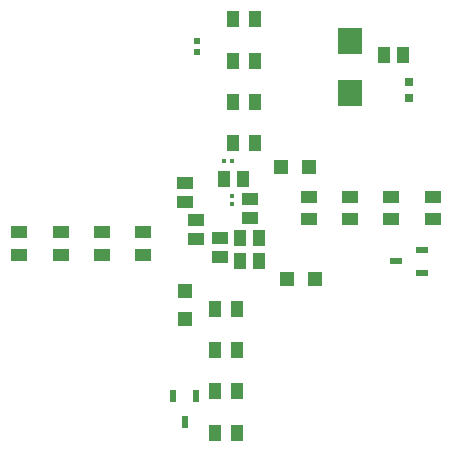
<source format=gbr>
%TF.GenerationSoftware,KiCad,Pcbnew,9.0.6*%
%TF.CreationDate,2025-12-07T19:20:43-08:00*%
%TF.ProjectId,redstone,72656473-746f-46e6-952e-6b696361645f,rev?*%
%TF.SameCoordinates,Original*%
%TF.FileFunction,Paste,Bot*%
%TF.FilePolarity,Positive*%
%FSLAX46Y46*%
G04 Gerber Fmt 4.6, Leading zero omitted, Abs format (unit mm)*
G04 Created by KiCad (PCBNEW 9.0.6) date 2025-12-07 19:20:43*
%MOMM*%
%LPD*%
G01*
G04 APERTURE LIST*
%ADD10R,1.450000X1.000000*%
%ADD11R,1.000000X1.450000*%
%ADD12R,1.470000X1.020000*%
%ADD13R,0.620000X0.600000*%
%ADD14R,0.460000X0.420000*%
%ADD15R,1.020000X1.470000*%
%ADD16R,2.150000X2.200000*%
%ADD17R,1.100000X0.600000*%
%ADD18R,1.150000X1.250000*%
%ADD19R,1.250000X1.150000*%
%ADD20R,0.600000X1.100000*%
%ADD21R,0.700000X0.650000*%
%ADD22R,0.420000X0.460000*%
G04 APERTURE END LIST*
D10*
%TO.C,R15*%
X124500000Y-57450000D03*
X124500000Y-55550000D03*
%TD*%
D11*
%TO.C,R11*%
X135950000Y-65500000D03*
X134050000Y-65500000D03*
%TD*%
D12*
%TO.C,C2*%
X131500000Y-51400000D03*
X131500000Y-53000000D03*
%TD*%
%TO.C,C2*%
X137000000Y-52700000D03*
X137000000Y-54300000D03*
%TD*%
D10*
%TO.C,R7*%
X145500000Y-52550000D03*
X145500000Y-54450000D03*
%TD*%
D11*
%TO.C,R10*%
X135950000Y-69000000D03*
X134050000Y-69000000D03*
%TD*%
D13*
%TO.C,C1*%
X132580000Y-40280000D03*
X132580000Y-39360000D03*
%TD*%
D12*
%TO.C,C2*%
X134500000Y-57600000D03*
X134500000Y-56000000D03*
%TD*%
D14*
%TO.C,C9*%
X134840000Y-49500000D03*
X135500000Y-49500000D03*
%TD*%
D11*
%TO.C,R9*%
X135950000Y-72500000D03*
X134050000Y-72500000D03*
%TD*%
D10*
%TO.C,R6*%
X149000000Y-52550000D03*
X149000000Y-54450000D03*
%TD*%
D11*
%TO.C,R1*%
X137450000Y-37500000D03*
X135550000Y-37500000D03*
%TD*%
D15*
%TO.C,C3*%
X148400000Y-40500000D03*
X150000000Y-40500000D03*
%TD*%
D16*
%TO.C,D19*%
X145500000Y-43700000D03*
X145500000Y-39300000D03*
%TD*%
D17*
%TO.C,D18*%
X151600000Y-57050000D03*
X151600000Y-58950000D03*
X149400000Y-58000000D03*
%TD*%
D10*
%TO.C,R16*%
X128000000Y-57450000D03*
X128000000Y-55550000D03*
%TD*%
D12*
%TO.C,C2*%
X132500000Y-56100000D03*
X132500000Y-54500000D03*
%TD*%
D10*
%TO.C,R8*%
X142000000Y-52550000D03*
X142000000Y-54450000D03*
%TD*%
D15*
%TO.C,C10*%
X134810000Y-51000000D03*
X136410000Y-51000000D03*
%TD*%
D18*
%TO.C,R18*%
X139650000Y-50000000D03*
X142000000Y-50000000D03*
%TD*%
D10*
%TO.C,R13*%
X117500000Y-57450000D03*
X117500000Y-55550000D03*
%TD*%
%TO.C,R5*%
X152500000Y-52550000D03*
X152500000Y-54450000D03*
%TD*%
D11*
%TO.C,R2*%
X137450000Y-41000000D03*
X135550000Y-41000000D03*
%TD*%
D18*
%TO.C,R19*%
X142500000Y-59500000D03*
X140150000Y-59500000D03*
%TD*%
D15*
%TO.C,C10*%
X136200000Y-58000000D03*
X137800000Y-58000000D03*
%TD*%
%TO.C,C2*%
X137800000Y-56000000D03*
X136200000Y-56000000D03*
%TD*%
D19*
%TO.C,R20*%
X131500000Y-62850000D03*
X131500000Y-60500000D03*
%TD*%
D11*
%TO.C,R4*%
X137450000Y-48000000D03*
X135550000Y-48000000D03*
%TD*%
D10*
%TO.C,R14*%
X121000000Y-57450000D03*
X121000000Y-55550000D03*
%TD*%
D20*
%TO.C,D20*%
X130550000Y-69400000D03*
X132450000Y-69400000D03*
X131500000Y-71600000D03*
%TD*%
D21*
%TO.C,C4*%
X150500000Y-42825000D03*
X150500000Y-44175000D03*
%TD*%
D11*
%TO.C,R3*%
X137450000Y-44500000D03*
X135550000Y-44500000D03*
%TD*%
D22*
%TO.C,C11*%
X135500000Y-52500000D03*
X135500000Y-53160000D03*
%TD*%
D11*
%TO.C,R12*%
X135950000Y-62000000D03*
X134050000Y-62000000D03*
%TD*%
M02*

</source>
